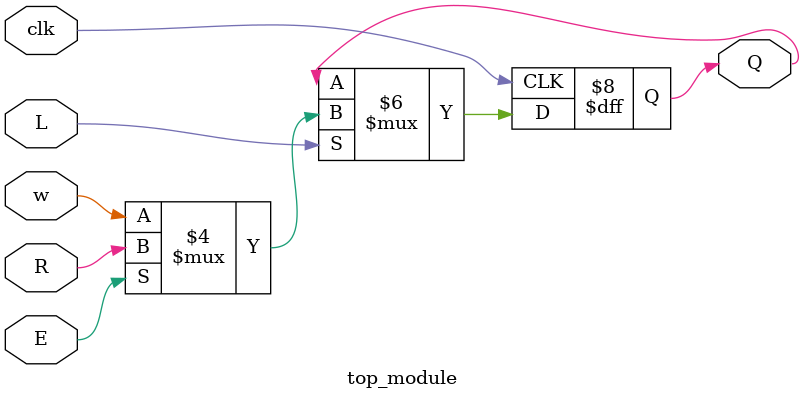
<source format=sv>
module top_module (
	input clk,
	input w,
	input R,
	input E,
	input L,
	output reg Q
);
	
	// Flip-flop
	always @(posedge clk) begin
		if (L) begin
			if (E)
				Q <= R;
			else
				Q <= w;
		end
		else begin
			Q <= Q;
		end
	end
	
endmodule

</source>
